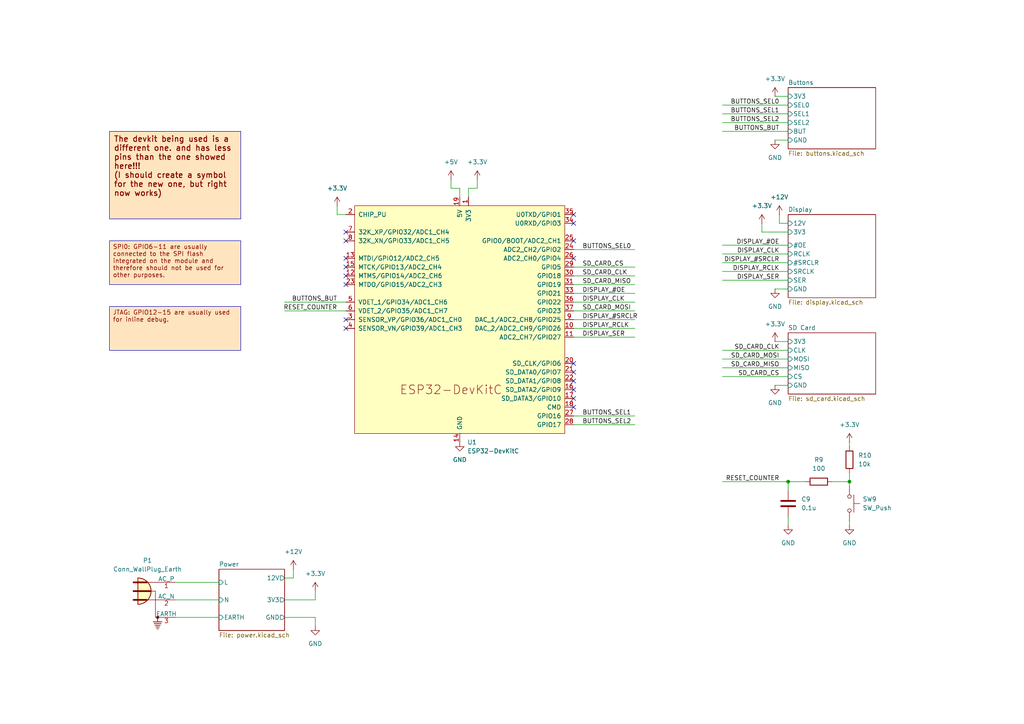
<source format=kicad_sch>
(kicad_sch (version 20231120) (generator "eeschema") (generator_version "8.0")
  (paper "A4")
  (title_block (title "Root") (date "2024-08-08") (rev "1.3") (company "Associació Cultural TGK"))
  (lib_symbols
    (symbol "Connector:Conn_WallPlug_Earth" (pin_names (offset 0))
      (property "Reference" "P" (at 0 3.81 0))
      (property "Value" "Conn_WallPlug_Earth" (at -5.08 0 90))
      (symbol "Conn_WallPlug_Earth_0_1"
        (arc (start -3.175 -3.81) (mid 0.6184 0) (end -3.175 3.81) (stroke (width 0.254)) (fill (type background)))
        (polyline (pts (xy -4.445 -2.54) (xy -0.635 -2.54)) (stroke (width 0.508)))
        (polyline (pts (xy -4.445 0) (xy 0.508 0)) (stroke (width 0.508)))
        (polyline (pts (xy -4.445 2.54) (xy -0.635 2.54)) (stroke (width 0.508)))
        (polyline (pts (xy -3.175 -3.81) (xy -3.175 3.81)) (stroke (width 0.254)))
        (polyline (pts (xy -0.635 -2.54) (xy 2.54 -2.54)))
        (polyline (pts (xy -0.635 2.54) (xy 2.54 2.54)))
        (polyline (pts (xy 1.524 -9.398) (xy 3.556 -9.398)) (stroke (width 0.2032)))
        (polyline (pts (xy 1.778 -9.906) (xy 3.302 -9.906)) (stroke (width 0.2032)))
        (polyline (pts (xy 2.032 -10.414) (xy 3.048 -10.414)) (stroke (width 0.2032)))
        (polyline (pts (xy 2.286 -10.922) (xy 2.794 -10.922)) (stroke (width 0.2032)))
        (polyline (pts (xy 2.54 -7.62) (xy 2.54 -8.89)) (stroke (width 0.2032)))
        (polyline (pts (xy 3.81 -8.89) (xy 1.27 -8.89)) (stroke (width 0.2032)))
        (polyline (pts (xy 2.54 -7.62) (xy 1.905 -7.62) (xy 1.905 0) (xy -4.445 0)))
        (circle (center 2.54 -7.62) (radius 0.3556) (fill (type outline)))
      )
      (symbol "Conn_WallPlug_Earth_1_1"
        (pin power_out line (at 7.62 2.54 180) (length 5.08) (name "AC_P") (number "1"))
        (pin power_out line (at 7.62 -2.54 180) (length 5.08) (name "AC_N") (number "2"))
        (pin passive line (at 7.62 -7.62 180) (length 5.08) (name "EARTH") (number "3"))
      )
    )
    (symbol "Device:C" (pin_numbers hide) (pin_names (offset 0.254))
      (property "Reference" "C" (at 0.635 2.54 0))
      (property "Value" "C" (at 0.635 -2.54 0))
      (symbol "C_0_1"
        (polyline (pts (xy -2.032 -0.762) (xy 2.032 -0.762)) (stroke (width 0.508)))
        (polyline (pts (xy -2.032 0.762) (xy 2.032 0.762)) (stroke (width 0.508)))
      )
      (symbol "C_1_1"
        (pin passive line (at 0 3.81 270) (length 2.794) (name "~") (number "1"))
        (pin passive line (at 0 -3.81 90) (length 2.794) (name "~") (number "2"))
      )
    )
    (symbol "Device:R" (pin_numbers hide) (pin_names (offset 0))
      (property "Reference" "R" (at 2.032 0 90))
      (property "Value" "R" (at 0 0 90))
      (symbol "R_0_1"
        (rectangle (start -1.016 -2.54) (end 1.016 2.54) (stroke (width 0.254)))
      )
      (symbol "R_1_1"
        (pin passive line (at 0 3.81 270) (length 1.27) (name "~") (number "1"))
        (pin passive line (at 0 -3.81 90) (length 1.27) (name "~") (number "2"))
      )
    )
    (symbol "PCM_Espressif:ESP32-DevKitC" (pin_names (offset 1.016))
      (property "Reference" "U" (at -30.48 38.1 0))
      (property "Value" "ESP32-DevKitC" (at -30.48 35.56 0))
      (symbol "ESP32-DevKitC_0_0"
        (text "ESP32-DevKitC" (at -2.54 -20.32 0) (effects (font (size 2.54 2.54))))
        (pin power_in line (at 0 -35.56 90) (length 2.54) (name "GND") (number "14"))
        (pin power_in line (at 0 35.56 270) (length 2.54) (name "5V") (number "19"))
      )
      (symbol "ESP32-DevKitC_0_1"
        (rectangle (start -30.48 33.02) (end 30.48 -33.02) (fill (type background)))
      )
      (symbol "ESP32-DevKitC_1_1"
        (pin power_in line (at 2.54 35.56 270) (length 2.54) (name "3V3") (number "1"))
        (pin bidirectional line (at 33.02 -2.54 180) (length 2.54) (name "DAC_2/ADC2_CH9/GPIO26") (number "10"))
        (pin bidirectional line (at 33.02 -5.08 180) (length 2.54) (name "ADC2_CH7/GPIO27") (number "11"))
        (pin bidirectional line (at -33.02 12.7 0) (length 2.54) (name "MTMS/GPIO14/ADC2_CH6") (number "12"))
        (pin bidirectional line (at -33.02 17.78 0) (length 2.54) (name "MTDI/GPIO12/ADC2_CH5") (number "13"))
        (pin bidirectional line (at -33.02 15.24 0) (length 2.54) (name "MTCK/GPIO13/ADC2_CH4") (number "15"))
        (pin bidirectional line (at 33.02 -20.32 180) (length 2.54) (name "SD_DATA2/GPIO9") (number "16"))
        (pin bidirectional line (at 33.02 -22.86 180) (length 2.54) (name "SD_DATA3/GPIO10") (number "17"))
        (pin bidirectional line (at 33.02 -25.4 180) (length 2.54) (name "CMD") (number "18"))
        (pin input line (at -33.02 30.48 0) (length 2.54) (name "CHIP_PU") (number "2"))
        (pin bidirectional line (at 33.02 -12.7 180) (length 2.54) (name "SD_CLK/GPIO6") (number "20"))
        (pin bidirectional line (at 33.02 -15.24 180) (length 2.54) (name "SD_DATA0/GPIO7") (number "21"))
        (pin bidirectional line (at 33.02 -17.78 180) (length 2.54) (name "SD_DATA1/GPIO8") (number "22"))
        (pin bidirectional line (at -33.02 10.16 0) (length 2.54) (name "MTDO/GPIO15/ADC2_CH3") (number "23"))
        (pin bidirectional line (at 33.02 20.32 180) (length 2.54) (name "ADC2_CH2/GPIO2") (number "24"))
        (pin bidirectional line (at 33.02 22.86 180) (length 2.54) (name "GPIO0/BOOT/ADC2_CH1") (number "25"))
        (pin bidirectional line (at 33.02 17.78 180) (length 2.54) (name "ADC2_CH0/GPIO4") (number "26"))
        (pin bidirectional line (at 33.02 -27.94 180) (length 2.54) (name "GPIO16") (number "27"))
        (pin bidirectional line (at 33.02 -30.48 180) (length 2.54) (name "GPIO17") (number "28"))
        (pin bidirectional line (at 33.02 15.24 180) (length 2.54) (name "GPIO5") (number "29"))
        (pin input line (at -33.02 0 0) (length 2.54) (name "SENSOR_VP/GPIO36/ADC1_CH0") (number "3"))
        (pin bidirectional line (at 33.02 12.7 180) (length 2.54) (name "GPIO18") (number "30"))
        (pin bidirectional line (at 33.02 10.16 180) (length 2.54) (name "GPIO19") (number "31"))
        (pin passive line (at 0 -35.56 90) (length 2.54) hide (name "GND") (number "32"))
        (pin bidirectional line (at 33.02 7.62 180) (length 2.54) (name "GPIO21") (number "33"))
        (pin bidirectional line (at 33.02 27.94 180) (length 2.54) (name "U0RXD/GPIO3") (number "34"))
        (pin bidirectional line (at 33.02 30.48 180) (length 2.54) (name "U0TXD/GPIO1") (number "35"))
        (pin bidirectional line (at 33.02 5.08 180) (length 2.54) (name "GPIO22") (number "36"))
        (pin bidirectional line (at 33.02 2.54 180) (length 2.54) (name "GPIO23") (number "37"))
        (pin passive line (at 0 -35.56 90) (length 2.54) hide (name "GND") (number "38"))
        (pin input line (at -33.02 -2.54 0) (length 2.54) (name "SENSOR_VN/GPIO39/ADC1_CH3") (number "4"))
        (pin input line (at -33.02 5.08 0) (length 2.54) (name "VDET_1/GPIO34/ADC1_CH6") (number "5"))
        (pin input line (at -33.02 2.54 0) (length 2.54) (name "VDET_2/GPIO35/ADC1_CH7") (number "6"))
        (pin bidirectional line (at -33.02 25.4 0) (length 2.54) (name "32K_XP/GPIO32/ADC1_CH4") (number "7"))
        (pin bidirectional line (at -33.02 22.86 0) (length 2.54) (name "32K_XN/GPIO33/ADC1_CH5") (number "8"))
        (pin bidirectional line (at 33.02 0 180) (length 2.54) (name "DAC_1/ADC2_CH8/GPIO25") (number "9"))
      )
    )
    (symbol "Switch:SW_Push" (pin_numbers hide) (pin_names (offset 1.016) hide)
      (property "Reference" "SW" (at 1.27 2.54 0))
      (property "Value" "SW_Push" (at 0 -1.524 0))
      (symbol "SW_Push_0_1"
        (circle (center -2.032 0) (radius 0.508))
        (polyline (pts (xy 0 1.27) (xy 0 3.048)))
        (polyline (pts (xy 2.54 1.27) (xy -2.54 1.27)))
        (circle (center 2.032 0) (radius 0.508))
        (pin passive line (at -5.08 0 0) (length 2.54) (name "1") (number "1"))
        (pin passive line (at 5.08 0 180) (length 2.54) (name "2") (number "2"))
      )
    )
    (symbol "power:+12V" (power) (pin_numbers hide) (pin_names (offset 0) hide)
      (property "Value" "+12V" (at 0 3.556 0))
      (symbol "+12V_0_1"
        (polyline (pts (xy -0.762 1.27) (xy 0 2.54)))
        (polyline (pts (xy 0 0) (xy 0 2.54)))
        (polyline (pts (xy 0 2.54) (xy 0.762 1.27)))
      )
      (symbol "+12V_1_1"
        (pin power_in line (at 0 0 90) (length 0) (name "~") (number "1"))
      )
    )
    (symbol "power:+3.3V" (power) (pin_numbers hide) (pin_names (offset 0) hide)
      (property "Value" "+3.3V" (at 0 3.556 0))
      (symbol "+3.3V_0_1"
        (polyline (pts (xy -0.762 1.27) (xy 0 2.54)))
        (polyline (pts (xy 0 0) (xy 0 2.54)))
        (polyline (pts (xy 0 2.54) (xy 0.762 1.27)))
      )
      (symbol "+3.3V_1_1"
        (pin power_in line (at 0 0 90) (length 0) (name "~") (number "1"))
      )
    )
    (symbol "power:+5V" (power) (pin_numbers hide) (pin_names (offset 0) hide)
      (property "Value" "+5V" (at 0 3.556 0))
      (symbol "+5V_0_1"
        (polyline (pts (xy -0.762 1.27) (xy 0 2.54)))
        (polyline (pts (xy 0 0) (xy 0 2.54)))
        (polyline (pts (xy 0 2.54) (xy 0.762 1.27)))
      )
      (symbol "+5V_1_1"
        (pin power_in line (at 0 0 90) (length 0) (name "~") (number "1"))
      )
    )
    (symbol "power:GND" (power) (pin_numbers hide) (pin_names (offset 0) hide)
      (property "Value" "GND" (at 0 -3.81 0))
      (symbol "GND_0_1"
        (polyline (pts (xy 0 0) (xy 0 -1.27) (xy 1.27 -1.27) (xy 0 -2.54) (xy -1.27 -1.27) (xy 0 -1.27)))
      )
      (symbol "GND_1_1"
        (pin power_in line (at 0 0 270) (length 0) (name "~") (number "1"))
      )
    )
  )
  (junction (at 246.38 139.7))
  (junction (at 228.6 139.7))
  (no_connect (at 100.33 92.71))
  (no_connect (at 100.33 82.55))
  (no_connect (at 100.33 77.47))
  (no_connect (at 100.33 67.31))
  (no_connect (at 166.37 118.11))
  (no_connect (at 100.33 95.25))
  (no_connect (at 166.37 110.49))
  (no_connect (at 100.33 80.01))
  (no_connect (at 166.37 69.85))
  (no_connect (at 166.37 113.03))
  (no_connect (at 166.37 115.57))
  (no_connect (at 100.33 69.85))
  (no_connect (at 166.37 105.41))
  (no_connect (at 100.33 74.93))
  (no_connect (at 166.37 107.95))
  (no_connect (at 166.37 64.77))
  (no_connect (at 166.37 74.93))
  (no_connect (at 166.37 62.23))
  (wire (pts (xy 209.55 30.48) (xy 228.6 30.48)))
  (wire (pts (xy 220.98 64.77) (xy 220.98 67.31)))
  (wire (pts (xy 226.06 64.77) (xy 228.6 64.77)))
  (wire (pts (xy 209.55 78.74) (xy 228.6 78.74)))
  (wire (pts (xy 209.55 35.56) (xy 228.6 35.56)))
  (wire (pts (xy 166.37 72.39) (xy 184.15 72.39)))
  (wire (pts (xy 166.37 120.65) (xy 184.15 120.65)))
  (wire (pts (xy 220.98 67.31) (xy 228.6 67.31)))
  (wire (pts (xy 133.35 54.61) (xy 130.81 54.61)))
  (wire (pts (xy 91.44 171.45) (xy 91.44 173.99)))
  (wire (pts (xy 228.6 27.94) (xy 224.79 27.94)))
  (wire (pts (xy 97.79 59.69) (xy 97.79 62.23)))
  (wire (pts (xy 166.37 97.79) (xy 184.15 97.79)))
  (wire (pts (xy 209.55 101.6) (xy 228.6 101.6)))
  (wire (pts (xy 166.37 87.63) (xy 184.15 87.63)))
  (wire (pts (xy 138.43 52.07) (xy 138.43 54.61)))
  (wire (pts (xy 82.55 167.64) (xy 85.09 167.64)))
  (wire (pts (xy 228.6 149.86) (xy 228.6 152.4)))
  (wire (pts (xy 228.6 99.06) (xy 224.79 99.06)))
  (wire (pts (xy 82.55 90.17) (xy 100.33 90.17)))
  (wire (pts (xy 50.8 168.91) (xy 63.5 168.91)))
  (wire (pts (xy 85.09 165.1) (xy 85.09 167.64)))
  (wire (pts (xy 228.6 83.82) (xy 224.79 83.82)))
  (wire (pts (xy 209.55 81.28) (xy 228.6 81.28)))
  (wire (pts (xy 166.37 123.19) (xy 184.15 123.19)))
  (wire (pts (xy 246.38 151.13) (xy 246.38 152.4)))
  (wire (pts (xy 50.8 179.07) (xy 63.5 179.07)))
  (wire (pts (xy 166.37 77.47) (xy 184.15 77.47)))
  (wire (pts (xy 209.55 104.14) (xy 228.6 104.14)))
  (wire (pts (xy 135.89 54.61) (xy 138.43 54.61)))
  (wire (pts (xy 246.38 137.16) (xy 246.38 139.7)))
  (wire (pts (xy 209.55 71.12) (xy 228.6 71.12)))
  (wire (pts (xy 246.38 128.27) (xy 246.38 129.54)))
  (wire (pts (xy 209.55 76.2) (xy 228.6 76.2)))
  (wire (pts (xy 166.37 85.09) (xy 184.15 85.09)))
  (wire (pts (xy 209.55 73.66) (xy 228.6 73.66)))
  (wire (pts (xy 209.55 33.02) (xy 228.6 33.02)))
  (wire (pts (xy 166.37 80.01) (xy 184.15 80.01)))
  (wire (pts (xy 135.89 57.15) (xy 135.89 54.61)))
  (wire (pts (xy 97.79 62.23) (xy 100.33 62.23)))
  (wire (pts (xy 82.55 173.99) (xy 91.44 173.99)))
  (wire (pts (xy 166.37 95.25) (xy 184.15 95.25)))
  (wire (pts (xy 209.55 139.7) (xy 228.6 139.7)))
  (wire (pts (xy 209.55 38.1) (xy 228.6 38.1)))
  (wire (pts (xy 166.37 92.71) (xy 184.15 92.71)))
  (wire (pts (xy 246.38 139.7) (xy 246.38 140.97)))
  (wire (pts (xy 228.6 139.7) (xy 228.6 142.24)))
  (wire (pts (xy 209.55 106.68) (xy 228.6 106.68)))
  (wire (pts (xy 133.35 57.15) (xy 133.35 54.61)))
  (wire (pts (xy 166.37 82.55) (xy 184.15 82.55)))
  (wire (pts (xy 241.3 139.7) (xy 246.38 139.7)))
  (wire (pts (xy 228.6 139.7) (xy 233.68 139.7)))
  (wire (pts (xy 209.55 109.22) (xy 228.6 109.22)))
  (wire (pts (xy 166.37 90.17) (xy 184.15 90.17)))
  (wire (pts (xy 82.55 179.07) (xy 91.44 179.07)))
  (wire (pts (xy 228.6 40.64) (xy 224.79 40.64)))
  (wire (pts (xy 82.55 87.63) (xy 100.33 87.63)))
  (wire (pts (xy 91.44 179.07) (xy 91.44 181.61)))
  (wire (pts (xy 50.8 173.99) (xy 63.5 173.99)))
  (wire (pts (xy 224.79 111.76) (xy 228.6 111.76)))
  (wire (pts (xy 130.81 52.07) (xy 130.81 54.61)))
  (wire (pts (xy 226.06 62.23) (xy 226.06 64.77)))
  (text_box "JTAG: GPIO12-15 are usually used for inline debug." (at 31.75 88.9 0) (size 38.1 12.7) (fill (type color) (color 255 229 191 1)) (effects (font (size 1.27 1.27)) (justify left top)))
  (text_box "The devkit being used is a different one. and has less pins than the one showed here!!!\n(I should create a symbol for the new one, but right now works)" (at 31.75 38.1 0) (size 38.1 25.4) (fill (type color) (color 255 229 191 1)) (effects (font (size 1.6256 1.6256) (thickness 0.254) (bold yes)) (justify left top)))
  (text_box "SPI0: GPIO6-11 are usually connected to the SPI flash integrated on the module and therefore should not be used for other purposes." (at 31.75 69.85 0) (size 38.1 12.7) (fill (type color) (color 255 229 191 1)) (effects (font (size 1.27 1.27)) (justify left top)))
  (label "SD_CARD_MOSI" (at 226.06 104.14 180))
  (label "SD_CARD_MISO" (at 226.06 106.68 180))
  (label "BUTTONS_SEL0" (at 226.06 30.48 180))
  (label "DISPLAY_RCLK" (at 168.91 95.25 0))
  (label "DISPLAY_CLK" (at 226.06 73.66 180))
  (label "DISPLAY_SER" (at 226.06 81.28 180))
  (label "RESET_COUNTER" (at 226.06 139.7 180))
  (label "SD_CARD_CS" (at 168.91 77.47 0))
  (label "DISPLAY_SER" (at 168.91 97.79 0))
  (label "BUTTONS_BUT" (at 97.79 87.63 180))
  (label "SD_CARD_CLK" (at 226.06 101.6 180))
  (label "DISPLAY_#SRCLR" (at 226.06 76.2 180))
  (label "RESET_COUNTER" (at 97.79 90.17 180))
  (label "SD_CARD_CS" (at 226.06 109.22 180))
  (label "BUTTONS_SEL2" (at 226.06 35.56 180))
  (label "SD_CARD_CLK" (at 168.91 80.01 0))
  (label "DISPLAY_#OE" (at 168.91 85.09 0))
  (label "SD_CARD_MISO" (at 168.91 82.55 0))
  (label "DISPLAY_CLK" (at 168.91 87.63 0))
  (label "BUTTONS_SEL1" (at 168.91 120.65 0))
  (label "BUTTONS_SEL2" (at 168.91 123.19 0))
  (label "BUTTONS_SEL1" (at 226.06 33.02 180))
  (label "SD_CARD_MOSI" (at 168.91 90.17 0))
  (label "DISPLAY_#OE" (at 226.06 71.12 180))
  (label "BUTTONS_BUT" (at 226.06 38.1 180))
  (label "BUTTONS_SEL0" (at 168.91 72.39 0))
  (label "DISPLAY_RCLK" (at 226.06 78.74 180))
  (label "DISPLAY_#SRCLR" (at 168.91 92.71 0))
  (symbol (lib_id "power:+12V") (at 85.09 165.1 0) (unit 1)
    (property "Reference" "#PWR051" (effects (hide yes)))
    (property "Value" "+12V" (at 85.09 160.02 0))
    (property "Description" "Power symbol creates a global label with name \"+12V\"" (effects (hide yes)))
  )
  (symbol (lib_id "power:GND") (at 224.79 111.76 0) (mirror y) (unit 1)
    (property "Reference" "#PWR020" (effects (hide yes)))
    (property "Value" "GND" (at 224.79 116.84 0))
    (property "Description" "Power symbol creates a global label with name \"GND\" , ground" (effects (hide yes)))
  )
  (symbol (lib_id "power:+3.3V") (at 138.43 52.07 0) (unit 1)
    (property "Reference" "#PWR02" (effects (hide yes)))
    (property "Value" "+3.3V" (at 138.43 46.99 0))
    (property "Description" "Power symbol creates a global label with name \"+3.3V\"" (effects (hide yes)))
  )
  (symbol (lib_id "power:+3.3V") (at 246.38 128.27 0) (mirror y) (unit 1)
    (property "Reference" "#PWR07" (effects (hide yes)))
    (property "Value" "+3.3V" (at 246.38 123.19 0))
    (property "Description" "Power symbol creates a global label with name \"+3.3V\"" (effects (hide yes)))
  )
  (symbol (lib_id "Device:C") (at 228.6 146.05 0) (unit 1)
    (property "Reference" "C9" (at 232.41 144.7799 0) (effects (justify left)))
    (property "Value" "0.1u" (at 232.41 147.3199 0) (effects (justify left)))
    (property "Description" "Unpolarized capacitor" (effects (hide yes)))
  )
  (symbol (lib_id "power:+3.3V") (at 220.98 64.77 0) (mirror y) (unit 1)
    (property "Reference" "#PWR05" (effects (hide yes)))
    (property "Value" "+3.3V" (at 220.98 59.69 0))
    (property "Description" "Power symbol creates a global label with name \"+3.3V\"" (effects (hide yes)))
  )
  (symbol (lib_id "power:+3.3V") (at 224.79 27.94 0) (mirror y) (unit 1)
    (property "Reference" "#PWR021" (effects (hide yes)))
    (property "Value" "+3.3V" (at 224.79 22.86 0))
    (property "Description" "Power symbol creates a global label with name \"+3.3V\"" (effects (hide yes)))
  )
  (symbol (lib_id "power:GND") (at 246.38 152.4 0) (mirror y) (unit 1)
    (property "Reference" "#PWR08" (effects (hide yes)))
    (property "Value" "GND" (at 246.38 157.48 0))
    (property "Description" "Power symbol creates a global label with name \"GND\" , ground" (effects (hide yes)))
  )
  (symbol (lib_id "Connector:Conn_WallPlug_Earth") (at 43.18 171.45 0) (unit 1)
    (property "Reference" "P1" (at 42.7863 162.56 0))
    (property "Value" "Conn_WallPlug_Earth" (at 42.7863 165.1 0))
    (property "Description" "3-pin general wall plug, with Earth wire (110VAC, 220VAC)" (effects (hide yes)))
  )
  (symbol (lib_id "power:GND") (at 224.79 40.64 0) (mirror y) (unit 1)
    (property "Reference" "#PWR022" (effects (hide yes)))
    (property "Value" "GND" (at 224.79 45.72 0))
    (property "Description" "Power symbol creates a global label with name \"GND\" , ground" (effects (hide yes)))
  )
  (symbol (lib_id "power:+5V") (at 130.81 52.07 0) (unit 1)
    (property "Reference" "#PWR03" (effects (hide yes)))
    (property "Value" "+5V" (at 130.81 46.99 0))
    (property "Description" "Power symbol creates a global label with name \"+5V\"" (effects (hide yes)))
  )
  (symbol (lib_id "Device:R") (at 237.49 139.7 90) (unit 1)
    (property "Reference" "R9" (at 237.49 133.35 90))
    (property "Value" "100" (at 237.49 135.89 90))
    (property "Description" "Resistor" (effects (hide yes)))
  )
  (symbol (lib_id "power:GND") (at 224.79 83.82 0) (mirror y) (unit 1)
    (property "Reference" "#PWR04" (effects (hide yes)))
    (property "Value" "GND" (at 224.79 88.9 0))
    (property "Description" "Power symbol creates a global label with name \"GND\" , ground" (effects (hide yes)))
  )
  (symbol (lib_id "PCM_Espressif:ESP32-DevKitC") (at 133.35 92.71 0) (unit 1)
    (property "Reference" "U1" (at 135.5441 128.27 0) (effects (justify left)))
    (property "Value" "ESP32-DevKitC" (at 135.5441 130.81 0) (effects (justify left)))
    (property "Footprint" "PCM_Espressif:ESP32-DevKitC" (effects (hide yes)))
    (property "Datasheet" "https://docs.espressif.com/projects/esp-idf/zh_CN/latest/esp32/hw-reference/esp32/get-started-devkitc.html" (effects (hide yes)))
    (property "Description" "Development Kit" (effects (hide yes)))
  )
  (symbol (lib_id "power:GND") (at 228.6 152.4 0) (mirror y) (unit 1)
    (property "Reference" "#PWR06" (effects (hide yes)))
    (property "Value" "GND" (at 228.6 157.48 0))
    (property "Description" "Power symbol creates a global label with name \"GND\" , ground" (effects (hide yes)))
  )
  (symbol (lib_id "power:+3.3V") (at 91.44 171.45 0) (unit 1)
    (property "Reference" "#PWR052" (effects (hide yes)))
    (property "Value" "+3.3V" (at 91.44 166.37 0))
    (property "Description" "Power symbol creates a global label with name \"+3.3V\"" (effects (hide yes)))
  )
  (symbol (lib_id "power:GND") (at 91.44 181.61 0) (unit 1)
    (property "Reference" "#PWR053" (effects (hide yes)))
    (property "Value" "GND" (at 91.44 186.69 0))
    (property "Description" "Power symbol creates a global label with name \"GND\" , ground" (effects (hide yes)))
  )
  (symbol (lib_id "power:+12V") (at 226.06 62.23 0) (unit 1)
    (property "Reference" "#PWR049" (effects (hide yes)))
    (property "Value" "+12V" (at 226.06 57.15 0))
    (property "Description" "Power symbol creates a global label with name \"+12V\"" (effects (hide yes)))
  )
  (symbol (lib_id "Device:R") (at 246.38 133.35 0) (unit 1)
    (property "Reference" "R10" (at 248.92 132.0799 0) (effects (justify left)))
    (property "Value" "10k" (at 248.92 134.6199 0) (effects (justify left)))
    (property "Description" "Resistor" (effects (hide yes)))
  )
  (symbol (lib_id "power:GND") (at 133.35 128.27 0) (unit 1)
    (property "Reference" "#PWR01" (effects (hide yes)))
    (property "Value" "GND" (at 133.35 133.35 0))
    (property "Description" "Power symbol creates a global label with name \"GND\" , ground" (effects (hide yes)))
  )
  (symbol (lib_id "power:+3.3V") (at 97.79 59.69 0) (unit 1)
    (property "Reference" "#PWR09" (effects (hide yes)))
    (property "Value" "+3.3V" (at 97.79 54.61 0))
    (property "Description" "Power symbol creates a global label with name \"+3.3V\"" (effects (hide yes)))
  )
  (symbol (lib_id "Switch:SW_Push") (at 246.38 146.05 270) (unit 1)
    (property "Reference" "SW9" (at 250.19 144.7799 90) (effects (justify left)))
    (property "Value" "SW_Push" (at 250.19 147.3199 90) (effects (justify left)))
    (property "Description" "Push button switch, generic, two pins" (effects (hide yes)))
  )
  (symbol (lib_id "power:+3.3V") (at 224.79 99.06 0) (mirror y) (unit 1)
    (property "Reference" "#PWR017" (effects (hide yes)))
    (property "Value" "+3.3V" (at 224.79 93.98 0))
    (property "Description" "Power symbol creates a global label with name \"+3.3V\"" (effects (hide yes)))
  )
  (sheet (at 228.6 62.23) (size 25.4 24.13) (stroke (width 0.1524))
    (property "Sheetname" "Display" (at 228.6 61.5184 0) (effects (justify left bottom)))
    (property "Sheetfile" "display.kicad_sch" (at 228.6 86.9446 0) (effects (justify left top)))
    (pin "#SRCLR" input (at 228.6 76.2 180))
    (pin "SRCLK" input (at 228.6 78.74 180))
    (pin "#OE" input (at 228.6 71.12 180))
    (pin "RCLK" input (at 228.6 73.66 180))
    (pin "SER" input (at 228.6 81.28 180))
    (pin "3V3" input (at 228.6 67.31 180))
    (pin "GND" input (at 228.6 83.82 180))
    (pin "12V" input (at 228.6 64.77 180))
  )
  (sheet (at 63.5 165.1) (size 19.05 17.78) (stroke (width 0.1524))
    (property "Sheetname" "Power" (at 63.5 164.3884 0) (effects (justify left bottom)))
    (property "Sheetfile" "power.kicad_sch" (at 63.5 183.4646 0) (effects (justify left top)))
    (pin "12V" output (at 82.55 167.64 0))
    (pin "GND" output (at 82.55 179.07 0))
    (pin "3V3" output (at 82.55 173.99 0))
    (pin "N" input (at 63.5 173.99 180))
    (pin "L" input (at 63.5 168.91 180))
    (pin "EARTH" input (at 63.5 179.07 180))
  )
  (sheet (at 228.6 96.52) (size 25.4 17.78) (stroke (width 0.1524))
    (property "Sheetname" "SD Card" (at 228.6 95.8084 0) (effects (justify left bottom)))
    (property "Sheetfile" "sd_card.kicad_sch" (at 228.6 114.8846 0) (effects (justify left top)))
    (pin "MISO" input (at 228.6 106.68 180))
    (pin "CLK" input (at 228.6 101.6 180))
    (pin "CS" input (at 228.6 109.22 180))
    (pin "GND" input (at 228.6 111.76 180))
    (pin "3V3" input (at 228.6 99.06 180))
    (pin "MOSI" input (at 228.6 104.14 180))
  )
  (sheet (at 228.6 25.4) (size 25.4 17.78) (stroke (width 0.1524))
    (property "Sheetname" "Buttons" (at 228.6 24.6884 0) (effects (justify left bottom)))
    (property "Sheetfile" "buttons.kicad_sch" (at 228.6 43.7646 0) (effects (justify left top)))
    (pin "BUT" input (at 228.6 38.1 180))
    (pin "SEL0" input (at 228.6 30.48 180))
    (pin "SEL1" input (at 228.6 33.02 180))
    (pin "SEL2" input (at 228.6 35.56 180))
    (pin "GND" input (at 228.6 40.64 180))
    (pin "3V3" input (at 228.6 27.94 180))
  )
)
</source>
